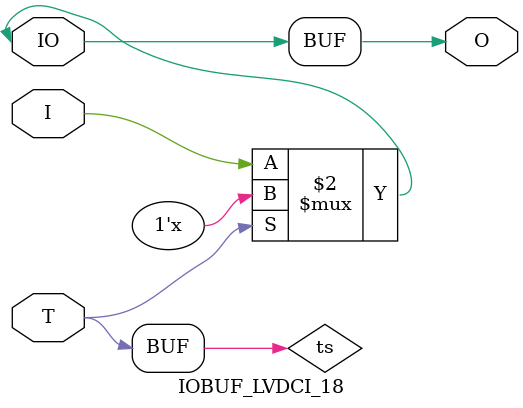
<source format=v>

/*

FUNCTION    : INPUT TRI-STATE OUTPUT BUFFER

*/

`celldefine
`timescale  100 ps / 10 ps

module IOBUF_LVDCI_18 (O, IO, I, T);

    output O;

    inout  IO;

    input  I, T;

    or O1 (ts, 1'b0, T);
    bufif0 T1 (IO, I, ts);

    buf B1 (O, IO);

endmodule

</source>
